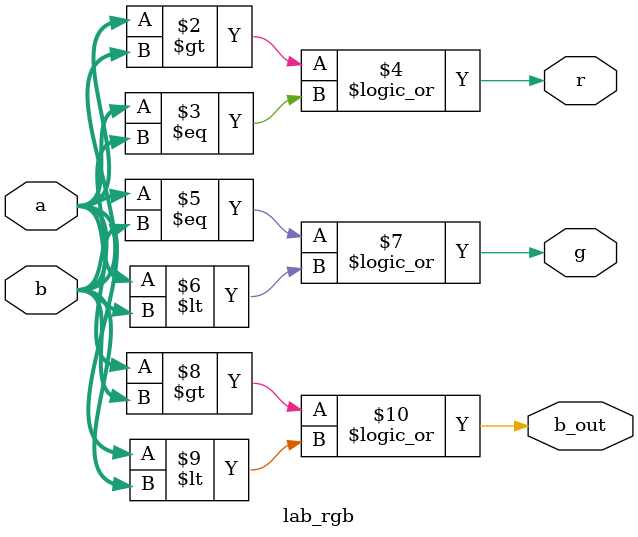
<source format=sv>
`timescale 1ns / 1ps


module lab_rgb (
    input logic [1:0] a, 
    input logic [1:0] b, 
    output logic r, g, b_out
);
    
    always_comb begin
        r = (a > b) || (a == b);
        g = (a == b) || (a < b);
        b_out = (a > b) || (a < b);
    end
    
endmodule

</source>
